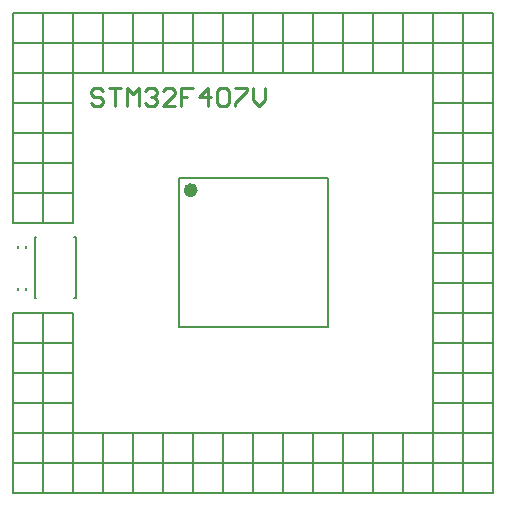
<source format=gto>
%FSLAX25Y25*%
%MOIN*%
G70*
G01*
G75*
%ADD10C,0.01000*%
%ADD11C,0.01200*%
%ADD12O,0.01181X0.06890*%
%ADD13O,0.06890X0.01181*%
%ADD14R,0.09449X0.07874*%
%ADD15R,0.03543X0.03740*%
%ADD16R,0.06000X0.18000*%
%ADD17R,0.18000X0.04000*%
%ADD18R,0.10000X0.08248*%
%ADD19R,0.06000X0.08000*%
%ADD20R,0.08000X0.06000*%
%ADD21R,0.06000X0.08500*%
%ADD22R,0.08500X0.06000*%
%ADD23R,0.18000X0.06000*%
%ADD24R,0.10000X0.08500*%
%ADD25R,0.07500X0.12000*%
%ADD26R,0.05906X0.05906*%
%ADD27R,0.05906X0.05906*%
%ADD28C,0.02400*%
%ADD29C,0.04500*%
%ADD30C,0.02000*%
%ADD31R,0.03740X0.03543*%
%ADD32R,0.05118X0.03543*%
%ADD33R,0.03543X0.05118*%
%ADD34R,0.04654X0.02962*%
%ADD35R,0.04962X0.04654*%
%ADD36R,0.18724X0.06000*%
%ADD37R,0.06000X0.18500*%
%ADD38C,0.02362*%
%ADD39C,0.00787*%
D10*
X37775Y141998D02*
X36775Y142998D01*
X34776D01*
X33777Y141998D01*
Y140999D01*
X34776Y139999D01*
X36775D01*
X37775Y138999D01*
Y138000D01*
X36775Y137000D01*
X34776D01*
X33777Y138000D01*
X39775Y142998D02*
X43773D01*
X41774D01*
Y137000D01*
X45773D02*
Y142998D01*
X47772Y140999D01*
X49771Y142998D01*
Y137000D01*
X51771Y141998D02*
X52770Y142998D01*
X54770D01*
X55769Y141998D01*
Y140999D01*
X54770Y139999D01*
X53770D01*
X54770D01*
X55769Y138999D01*
Y138000D01*
X54770Y137000D01*
X52770D01*
X51771Y138000D01*
X61767Y137000D02*
X57769D01*
X61767Y140999D01*
Y141998D01*
X60768Y142998D01*
X58768D01*
X57769Y141998D01*
X67765Y142998D02*
X63767D01*
Y139999D01*
X65766D01*
X63767D01*
Y137000D01*
X72764D02*
Y142998D01*
X69765Y139999D01*
X73764D01*
X75763Y141998D02*
X76763Y142998D01*
X78762D01*
X79762Y141998D01*
Y138000D01*
X78762Y137000D01*
X76763D01*
X75763Y138000D01*
Y141998D01*
X81761Y142998D02*
X85760D01*
Y141998D01*
X81761Y138000D01*
Y137000D01*
X87759Y142998D02*
Y138999D01*
X89758Y137000D01*
X91758Y138999D01*
Y142998D01*
D38*
X68091Y108866D02*
G03*
X68091Y108866I-1181J0D01*
G01*
D39*
X137777Y158000D02*
X147776D01*
Y148000D02*
Y158000D01*
X137777Y148000D02*
X147776D01*
X137777D02*
Y158000D01*
X127777D02*
X137777D01*
Y148000D02*
Y158000D01*
X127777Y148000D02*
X137777D01*
X127777D02*
Y158000D01*
Y148000D02*
Y158000D01*
X117777Y148000D02*
X127777D01*
X117777D02*
Y158000D01*
X127777D01*
X117777Y148000D02*
Y158000D01*
X107776Y148000D02*
X117777D01*
X107776D02*
Y158000D01*
X117777D01*
X107776Y148000D02*
Y158000D01*
X97777Y148000D02*
X107776D01*
X97777D02*
Y158000D01*
X107776D01*
X97777Y148000D02*
Y158000D01*
X87776Y148000D02*
X97777D01*
X87776D02*
Y158000D01*
X97777D01*
X137777Y168000D02*
X147776D01*
Y158000D02*
Y168000D01*
X137777Y158000D02*
X147776D01*
X137777D02*
Y168000D01*
X127777D02*
X137777D01*
Y158000D02*
Y168000D01*
X127777Y158000D02*
X137777D01*
X127777D02*
Y168000D01*
X117777D02*
X127777D01*
Y158000D02*
Y168000D01*
X117777Y158000D02*
X127777D01*
X117777D02*
Y168000D01*
Y158000D02*
Y168000D01*
X107776Y158000D02*
X117777D01*
X107776D02*
Y168000D01*
X117777D01*
X107776Y158000D02*
Y168000D01*
X97777Y158000D02*
X107776D01*
X97777D02*
Y168000D01*
X107776D01*
X97777Y158000D02*
Y168000D01*
X87776Y158000D02*
X97777D01*
X87776D02*
Y168000D01*
X97777D01*
X87776Y158000D02*
Y168000D01*
X77776Y158000D02*
X87776D01*
X77776D02*
Y168000D01*
X87776D01*
X77776Y148000D02*
Y158000D01*
X67777Y148000D02*
X77776D01*
X67777D02*
Y158000D01*
X77776D01*
X87776Y148000D02*
Y158000D01*
X77776Y148000D02*
X87776D01*
X77776D02*
Y158000D01*
X87776D01*
X67777Y148000D02*
Y158000D01*
X57776Y148000D02*
X67777D01*
X57776D02*
Y158000D01*
X67777D01*
X57776Y148000D02*
Y158000D01*
X47776Y148000D02*
X57776D01*
X47776D02*
Y158000D01*
X57776D01*
X47776Y148000D02*
Y158000D01*
X37776Y148000D02*
X47776D01*
X37776D02*
Y158000D01*
X47776D01*
X37776Y148000D02*
Y158000D01*
X27777Y148000D02*
X37776D01*
X27777D02*
Y158000D01*
X37776D01*
X77776D02*
Y168000D01*
X67777Y158000D02*
X77776D01*
X67777D02*
Y168000D01*
X77776D01*
X67777Y158000D02*
Y168000D01*
X57776Y158000D02*
X67777D01*
X57776D02*
Y168000D01*
X67777D01*
X47776D02*
X57776D01*
Y158000D02*
Y168000D01*
X47776Y158000D02*
X57776D01*
X47776D02*
Y168000D01*
Y158000D02*
Y168000D01*
X37776Y158000D02*
X47776D01*
X37776D02*
Y168000D01*
X47776D01*
X27777D02*
X37776D01*
Y158000D02*
Y168000D01*
X27777Y158000D02*
X37776D01*
X27777D02*
Y168000D01*
X62973Y63197D02*
X112580D01*
X62973Y112803D02*
X112580D01*
Y63197D02*
Y112803D01*
X62973Y63197D02*
Y112803D01*
X27777Y118000D02*
Y128000D01*
X17776Y118000D02*
X27777D01*
X17776D02*
Y128000D01*
X27777D01*
X17776Y118000D02*
X27777D01*
Y108000D02*
Y118000D01*
X17776Y108000D02*
X27777D01*
X17776D02*
Y118000D01*
Y108000D02*
X27777D01*
Y98000D02*
Y108000D01*
X17776Y98000D02*
X27777D01*
X17776D02*
Y108000D01*
X14887Y72764D02*
X15477D01*
X14887Y93236D02*
X15477D01*
X28076Y72764D02*
X28666D01*
X28076Y93236D02*
X28666D01*
X14887Y72764D02*
Y93236D01*
X28666Y72764D02*
Y93236D01*
X147776Y168000D02*
X157776D01*
Y158000D02*
Y168000D01*
X147776Y158000D02*
X157776D01*
X147776D02*
Y168000D01*
X157776D02*
X167777D01*
Y158000D02*
Y168000D01*
X157776Y158000D02*
X167777D01*
X157776D02*
Y168000D01*
X147776Y128000D02*
X157776D01*
Y118000D02*
Y128000D01*
X147776Y118000D02*
X157776D01*
X147776D02*
Y128000D01*
Y138000D02*
X157776D01*
Y128000D02*
Y138000D01*
X147776Y128000D02*
X157776D01*
X147776D02*
Y138000D01*
Y148000D01*
Y138000D02*
X157776D01*
Y148000D01*
X147776D02*
X157776D01*
X147776Y158000D02*
X157776D01*
Y148000D02*
Y158000D01*
X147776Y148000D02*
X157776D01*
X147776D02*
Y158000D01*
X157776D02*
X167777D01*
Y148000D02*
Y158000D01*
X157776Y148000D02*
X167777D01*
X157776D02*
Y158000D01*
Y138000D02*
Y148000D01*
Y138000D02*
X167777D01*
Y148000D01*
X157776D02*
X167777D01*
X157776Y138000D02*
X167777D01*
Y128000D02*
Y138000D01*
X157776Y128000D02*
X167777D01*
X157776D02*
Y138000D01*
Y128000D02*
X167777D01*
Y118000D02*
Y128000D01*
X157776Y118000D02*
X167777D01*
X157776D02*
Y128000D01*
Y98000D02*
Y108000D01*
X147776Y98000D02*
X157776D01*
X147776D02*
Y108000D01*
X157776D01*
Y88000D02*
Y98000D01*
X147776Y88000D02*
X157776D01*
X147776D02*
Y98000D01*
X157776D01*
Y108000D02*
Y118000D01*
X147776Y108000D02*
X157776D01*
X147776D02*
Y118000D01*
X157776D01*
X167777Y108000D02*
Y118000D01*
X157776Y108000D02*
X167777D01*
X157776D02*
Y118000D01*
X167777D01*
Y98000D02*
Y108000D01*
X157776Y98000D02*
X167777D01*
X157776D02*
Y108000D01*
X167777D01*
Y88000D02*
Y98000D01*
X157776Y88000D02*
X167777D01*
X157776D02*
Y98000D01*
X167777D01*
X147776Y88000D02*
X157776D01*
Y78000D02*
Y88000D01*
X147776Y78000D02*
X157776D01*
X147776D02*
Y88000D01*
X157776D02*
X167777D01*
Y78000D02*
Y88000D01*
X157776Y78000D02*
X167777D01*
X157776D02*
Y88000D01*
X147776Y78000D02*
X157776D01*
Y68000D02*
Y78000D01*
X147776Y68000D02*
X157776D01*
X147776D02*
Y78000D01*
Y68000D02*
X157776D01*
Y58000D02*
Y68000D01*
X147776Y58000D02*
X157776D01*
X147776D02*
Y68000D01*
X157776Y48000D02*
Y58000D01*
X147776Y48000D02*
X157776D01*
X147776D02*
Y58000D01*
X157776D01*
Y78000D02*
X167777D01*
Y68000D02*
Y78000D01*
X157776Y68000D02*
X167777D01*
X157776D02*
Y78000D01*
Y68000D02*
X167777D01*
Y58000D02*
Y68000D01*
X157776Y58000D02*
X167777D01*
X157776D02*
Y68000D01*
X147776Y38000D02*
X157776D01*
Y28000D02*
Y38000D01*
X147776Y28000D02*
X157776D01*
X147776D02*
Y38000D01*
Y28000D02*
X157776D01*
Y18000D02*
Y28000D01*
X147776Y18000D02*
X157776D01*
X147776D02*
Y28000D01*
Y48000D02*
X157776D01*
Y38000D02*
Y48000D01*
X147776Y38000D02*
X157776D01*
X147776D02*
Y48000D01*
X167777D02*
Y58000D01*
X157776Y48000D02*
X167777D01*
X157776D02*
Y58000D01*
X167777D01*
X157776Y48000D02*
X167777D01*
Y38000D02*
Y48000D01*
X157776Y38000D02*
X167777D01*
X157776D02*
Y48000D01*
Y38000D02*
X167777D01*
Y28000D02*
Y38000D01*
X157776Y28000D02*
X167777D01*
X157776D02*
Y38000D01*
Y28000D02*
X167777D01*
Y18000D02*
Y28000D01*
X157776Y18000D02*
X167777D01*
X157776D02*
Y28000D01*
Y18000D02*
X167777D01*
Y8000D02*
Y18000D01*
X157776Y8000D02*
X167777D01*
X157776D02*
Y18000D01*
X147776D02*
X157776D01*
Y8000D02*
Y18000D01*
X147776Y8000D02*
X157776D01*
X147776D02*
Y18000D01*
X137777Y28000D02*
X147776D01*
Y18000D02*
Y28000D01*
X137777Y18000D02*
X147776D01*
X137777D02*
Y28000D01*
Y18000D02*
X147776D01*
Y8000D02*
Y18000D01*
X137777Y8000D02*
X147776D01*
X137777D02*
Y18000D01*
X127777Y28000D02*
X137777D01*
Y18000D02*
Y28000D01*
X127777Y18000D02*
X137777D01*
X127777D02*
Y28000D01*
Y18000D02*
X137777D01*
Y8000D02*
Y18000D01*
X127777Y8000D02*
X137777D01*
X127777D02*
Y18000D01*
X117777Y28000D02*
X127777D01*
Y18000D02*
Y28000D01*
X117777Y18000D02*
X127777D01*
X117777D02*
Y28000D01*
Y18000D02*
X127777D01*
Y8000D02*
Y18000D01*
X117777Y8000D02*
X127777D01*
X117777D02*
Y18000D01*
X107776Y28000D02*
X117777D01*
Y18000D02*
Y28000D01*
X107776Y18000D02*
X117777D01*
X107776D02*
Y28000D01*
Y18000D02*
X117777D01*
Y8000D02*
Y18000D01*
X107776Y8000D02*
X117777D01*
X107776D02*
Y18000D01*
X97777Y28000D02*
X107776D01*
Y18000D02*
Y28000D01*
X97777Y18000D02*
X107776D01*
X97777D02*
Y28000D01*
Y8000D02*
Y18000D01*
X87776Y8000D02*
X97777D01*
X87776D02*
Y18000D01*
X97777D01*
X107776Y8000D02*
Y18000D01*
X97777Y8000D02*
X107776D01*
X97777D02*
Y18000D01*
X107776D01*
X87776Y8000D02*
Y18000D01*
X77776Y8000D02*
X87776D01*
X77776D02*
Y18000D01*
X87776D01*
X77776Y8000D02*
Y18000D01*
X67777Y8000D02*
X77776D01*
X67777D02*
Y18000D01*
X77776D01*
X67777Y8000D02*
Y18000D01*
X57776Y8000D02*
X67777D01*
X57776D02*
Y18000D01*
X67777D01*
X57776Y8000D02*
Y18000D01*
X47776Y8000D02*
X57776D01*
X47776D02*
Y18000D01*
X57776D01*
X47776Y8000D02*
Y18000D01*
X37776Y8000D02*
X47776D01*
X37776D02*
Y18000D01*
X47776D01*
X97777D02*
Y28000D01*
X87776Y18000D02*
X97777D01*
X87776D02*
Y28000D01*
X97777D01*
X87776Y18000D02*
Y28000D01*
X77776Y18000D02*
X87776D01*
X77776D02*
Y28000D01*
X87776D01*
X77776Y18000D02*
Y28000D01*
X67777Y18000D02*
X77776D01*
X67777D02*
Y28000D01*
X77776D01*
X67777Y18000D02*
Y28000D01*
X57776Y18000D02*
X67777D01*
X57776D02*
Y28000D01*
X67777D01*
X57776Y18000D02*
Y28000D01*
X47776Y18000D02*
X57776D01*
X47776D02*
Y28000D01*
X57776D01*
X47776Y18000D02*
Y28000D01*
X37776Y18000D02*
X47776D01*
X37776D02*
Y28000D01*
X47776D01*
X17776D02*
X27777D01*
Y18000D02*
Y28000D01*
X17776Y18000D02*
X27777D01*
X17776D02*
Y28000D01*
X27777Y18000D02*
Y28000D01*
Y18000D02*
X37776D01*
Y28000D01*
X27777D02*
X37776D01*
X17776Y18000D02*
X27777D01*
Y8000D02*
Y18000D01*
X17776Y8000D02*
X27777D01*
X17776D02*
Y18000D01*
X27777Y8000D02*
Y18000D01*
Y8000D02*
X37776D01*
Y18000D01*
X27777D02*
X37776D01*
X7777D02*
X17776D01*
Y8000D02*
Y18000D01*
X7777Y8000D02*
X17776D01*
X7777D02*
Y18000D01*
Y28000D02*
X17776D01*
Y18000D02*
Y28000D01*
X7777Y18000D02*
X17776D01*
X7777D02*
Y28000D01*
X17776D02*
Y38000D01*
X7777Y28000D02*
X17776D01*
X7777D02*
Y38000D01*
X17776D01*
Y48000D01*
X7777Y38000D02*
X17776D01*
X7777D02*
Y48000D01*
X17776D01*
Y58000D01*
X7777Y48000D02*
X17776D01*
X7777D02*
Y58000D01*
X17776D01*
X27777Y28000D02*
Y38000D01*
X17776Y28000D02*
X27777D01*
X17776D02*
Y38000D01*
X27777D01*
Y48000D01*
X17776Y38000D02*
X27777D01*
X17776D02*
Y48000D01*
X27777D01*
Y58000D01*
X17776Y48000D02*
X27777D01*
X17776D02*
Y58000D01*
X27777D01*
Y68000D01*
X17776Y58000D02*
X27777D01*
X17776D02*
Y68000D01*
X27777D01*
X7777D02*
X17776D01*
Y58000D02*
Y68000D01*
X7777Y58000D02*
X17776D01*
X7777D02*
Y68000D01*
X12154Y75606D02*
Y76394D01*
X9398Y75606D02*
Y76394D01*
X12154Y89606D02*
Y90394D01*
X9398Y89606D02*
Y90394D01*
X7777Y108000D02*
X17776D01*
Y98000D02*
Y108000D01*
X7777Y98000D02*
X17776D01*
X7777D02*
Y108000D01*
Y118000D02*
X17776D01*
Y108000D02*
Y118000D01*
X7777Y108000D02*
X17776D01*
X7777D02*
Y118000D01*
X17776D02*
Y128000D01*
X7777Y118000D02*
X17776D01*
X7777D02*
Y128000D01*
X17776D01*
Y158000D02*
X27777D01*
Y148000D02*
Y158000D01*
X17776Y148000D02*
X27777D01*
X17776D02*
Y158000D01*
Y168000D02*
X27777D01*
Y158000D02*
Y168000D01*
X17776Y158000D02*
X27777D01*
X17776D02*
Y168000D01*
X27777Y138000D02*
Y148000D01*
X17776Y138000D02*
X27777D01*
X17776D02*
Y148000D01*
X27777D01*
Y128000D02*
Y138000D01*
X17776Y128000D02*
X27777D01*
X17776D02*
Y138000D01*
X27777D01*
X17776Y128000D02*
Y138000D01*
X7777Y128000D02*
X17776D01*
X7777D02*
Y138000D01*
X17776D01*
X7777Y148000D02*
X17776D01*
Y138000D02*
Y148000D01*
X7777Y138000D02*
X17776D01*
X7777D02*
Y148000D01*
Y158000D02*
X17776D01*
Y148000D02*
Y158000D01*
X7777Y148000D02*
X17776D01*
X7777D02*
Y158000D01*
Y168000D02*
X17776D01*
Y158000D02*
Y168000D01*
X7777Y158000D02*
X17776D01*
X7777D02*
Y168000D01*
M02*

</source>
